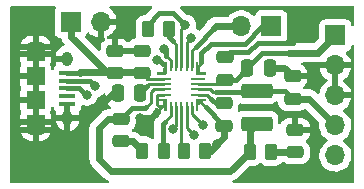
<source format=gbr>
%TF.GenerationSoftware,KiCad,Pcbnew,(6.0.11)*%
%TF.CreationDate,2023-08-29T10:49:09-03:00*%
%TF.ProjectId,gerenciador_de_bateria_2.0,67657265-6e63-4696-9164-6f725f64655f,rev?*%
%TF.SameCoordinates,Original*%
%TF.FileFunction,Copper,L1,Top*%
%TF.FilePolarity,Positive*%
%FSLAX46Y46*%
G04 Gerber Fmt 4.6, Leading zero omitted, Abs format (unit mm)*
G04 Created by KiCad (PCBNEW (6.0.11)) date 2023-08-29 10:49:09*
%MOMM*%
%LPD*%
G01*
G04 APERTURE LIST*
G04 Aperture macros list*
%AMRoundRect*
0 Rectangle with rounded corners*
0 $1 Rounding radius*
0 $2 $3 $4 $5 $6 $7 $8 $9 X,Y pos of 4 corners*
0 Add a 4 corners polygon primitive as box body*
4,1,4,$2,$3,$4,$5,$6,$7,$8,$9,$2,$3,0*
0 Add four circle primitives for the rounded corners*
1,1,$1+$1,$2,$3*
1,1,$1+$1,$4,$5*
1,1,$1+$1,$6,$7*
1,1,$1+$1,$8,$9*
0 Add four rect primitives between the rounded corners*
20,1,$1+$1,$2,$3,$4,$5,0*
20,1,$1+$1,$4,$5,$6,$7,0*
20,1,$1+$1,$6,$7,$8,$9,0*
20,1,$1+$1,$8,$9,$2,$3,0*%
G04 Aperture macros list end*
%TA.AperFunction,SMDPad,CuDef*%
%ADD10RoundRect,0.250000X0.475000X-0.250000X0.475000X0.250000X-0.475000X0.250000X-0.475000X-0.250000X0*%
%TD*%
%TA.AperFunction,SMDPad,CuDef*%
%ADD11RoundRect,0.250000X0.262500X0.450000X-0.262500X0.450000X-0.262500X-0.450000X0.262500X-0.450000X0*%
%TD*%
%TA.AperFunction,ComponentPad*%
%ADD12R,1.700000X1.700000*%
%TD*%
%TA.AperFunction,ComponentPad*%
%ADD13O,1.700000X1.700000*%
%TD*%
%TA.AperFunction,SMDPad,CuDef*%
%ADD14RoundRect,0.250000X-0.475000X0.250000X-0.475000X-0.250000X0.475000X-0.250000X0.475000X0.250000X0*%
%TD*%
%TA.AperFunction,SMDPad,CuDef*%
%ADD15R,1.350000X0.400000*%
%TD*%
%TA.AperFunction,ComponentPad*%
%ADD16O,1.550000X0.890000*%
%TD*%
%TA.AperFunction,SMDPad,CuDef*%
%ADD17R,1.550000X1.500000*%
%TD*%
%TA.AperFunction,ComponentPad*%
%ADD18O,0.950000X1.250000*%
%TD*%
%TA.AperFunction,SMDPad,CuDef*%
%ADD19R,1.550000X1.200000*%
%TD*%
%TA.AperFunction,SMDPad,CuDef*%
%ADD20RoundRect,0.250000X-0.250000X-0.475000X0.250000X-0.475000X0.250000X0.475000X-0.250000X0.475000X0*%
%TD*%
%TA.AperFunction,SMDPad,CuDef*%
%ADD21RoundRect,0.250000X0.250000X0.475000X-0.250000X0.475000X-0.250000X-0.475000X0.250000X-0.475000X0*%
%TD*%
%TA.AperFunction,SMDPad,CuDef*%
%ADD22R,0.127000X0.127000*%
%TD*%
%TA.AperFunction,SMDPad,CuDef*%
%ADD23R,1.200000X0.200000*%
%TD*%
%TA.AperFunction,SMDPad,CuDef*%
%ADD24R,0.200000X0.800000*%
%TD*%
%TA.AperFunction,SMDPad,CuDef*%
%ADD25RoundRect,0.250000X-0.262500X-0.450000X0.262500X-0.450000X0.262500X0.450000X-0.262500X0.450000X0*%
%TD*%
%TA.AperFunction,SMDPad,CuDef*%
%ADD26RoundRect,0.250000X1.075000X-0.375000X1.075000X0.375000X-1.075000X0.375000X-1.075000X-0.375000X0*%
%TD*%
%TA.AperFunction,ViaPad*%
%ADD27C,0.800000*%
%TD*%
%TA.AperFunction,Conductor*%
%ADD28C,0.250000*%
%TD*%
%TA.AperFunction,Conductor*%
%ADD29C,0.400000*%
%TD*%
%TA.AperFunction,Conductor*%
%ADD30C,0.600000*%
%TD*%
G04 APERTURE END LIST*
%TO.C,U1*%
G36*
X121650000Y-123825002D02*
G01*
X121150000Y-123825002D01*
X121150000Y-124150002D01*
X121050000Y-124150002D01*
X121050000Y-124650002D01*
X120850000Y-124650002D01*
X120850000Y-123625002D01*
X121650000Y-123625002D01*
X121650000Y-123825002D01*
G37*
G36*
X118350000Y-124649999D02*
G01*
X118150000Y-124649999D01*
X118150000Y-124149999D01*
X118050000Y-124149999D01*
X118050000Y-123824999D01*
X117550000Y-123824999D01*
X117550000Y-123624999D01*
X118350000Y-123624999D01*
X118350000Y-124649999D01*
G37*
G36*
X121050000Y-121049996D02*
G01*
X121150000Y-121049996D01*
X121150000Y-121374996D01*
X121650000Y-121374996D01*
X121650000Y-121574996D01*
X120850000Y-121574996D01*
X120850000Y-120549996D01*
X121050000Y-120549996D01*
X121050000Y-121049996D01*
G37*
G36*
X118350000Y-121424998D02*
G01*
X118200000Y-121574998D01*
X117550000Y-121574998D01*
X117550000Y-121374998D01*
X118050000Y-121374998D01*
X118050000Y-121049998D01*
X118150000Y-121049998D01*
X118150000Y-120549998D01*
X118350000Y-120549998D01*
X118350000Y-121424998D01*
G37*
%TD*%
D10*
%TO.P,C5,1*%
%TO.N,Net-(C5-Pad1)*%
X114503200Y-127238800D03*
%TO.P,C5,2*%
%TO.N,Net-(C5-Pad2)*%
X114503200Y-125338800D03*
%TD*%
D11*
%TO.P,R2,1*%
%TO.N,Net-(R2-Pad1)*%
X118108100Y-128016000D03*
%TO.P,R2,2*%
%TO.N,Net-(C5-Pad1)*%
X116283100Y-128016000D03*
%TD*%
D12*
%TO.P,J1,1,Pin_1*%
%TO.N,/BATT*%
X132638800Y-118267400D03*
D13*
%TO.P,J1,2,Pin_2*%
%TO.N,GNDPWR*%
X132638800Y-120807400D03*
%TO.P,J1,3,Pin_3*%
X132638800Y-123347400D03*
%TO.P,J1,4,Pin_4*%
%TO.N,/SYS*%
X132638800Y-125887400D03*
%TO.P,J1,5,Pin_5*%
%TO.N,/TERM*%
X132638800Y-128427400D03*
%TD*%
D14*
%TO.P,C9,1*%
%TO.N,GNDPWR*%
X123291600Y-120106400D03*
%TO.P,C9,2*%
%TO.N,/BATT*%
X123291600Y-122006400D03*
%TD*%
D15*
%TO.P,U2,1,VBUS*%
%TO.N,/VIN*%
X109959600Y-121432800D03*
%TO.P,U2,2,D-*%
%TO.N,Net-(U1-Pad25)*%
X109959600Y-122082800D03*
%TO.P,U2,3,D+*%
%TO.N,Net-(U1-Pad26)*%
X109959600Y-122732800D03*
%TO.P,U2,4,ID*%
%TO.N,unconnected-(U2-Pad4)*%
X109959600Y-123382800D03*
%TO.P,U2,5,GND*%
%TO.N,GNDPWR*%
X109959600Y-124032800D03*
D16*
%TO.P,U2,6,GND*%
X107259600Y-126232800D03*
D17*
X107259600Y-121732800D03*
D18*
X109959600Y-120232800D03*
X109959600Y-125232800D03*
D16*
X107259600Y-119232800D03*
D19*
X107259600Y-119832800D03*
X107259600Y-125632800D03*
D17*
X107259600Y-123732800D03*
%TD*%
D20*
%TO.P,C7,1*%
%TO.N,/BATT*%
X125186400Y-121005600D03*
%TO.P,C7,2*%
%TO.N,GNDPWR*%
X127086400Y-121005600D03*
%TD*%
D10*
%TO.P,C12,1*%
%TO.N,/VIN*%
X116230400Y-121447600D03*
%TO.P,C12,2*%
%TO.N,GNDPWR*%
X116230400Y-119547600D03*
%TD*%
D21*
%TO.P,C3,1*%
%TO.N,Net-(C3-Pad1)*%
X116113600Y-123139200D03*
%TO.P,C3,2*%
%TO.N,GNDPWR*%
X114213600Y-123139200D03*
%TD*%
D12*
%TO.P,J2,1,Pin_1*%
%TO.N,/VIN*%
X110231000Y-117094000D03*
D13*
%TO.P,J2,2,Pin_2*%
%TO.N,GNDPWR*%
X112771000Y-117094000D03*
%TD*%
D22*
%TO.P,U1,1*%
%TO.N,N/C*%
X117950000Y-121474998D03*
D23*
%TO.P,U1,2,IN*%
%TO.N,/VIN*%
X118150000Y-121925000D03*
%TO.P,U1,3,PMID*%
%TO.N,Net-(C3-Pad1)*%
X118150000Y-122374999D03*
%TO.P,U1,4,SW*%
%TO.N,Net-(C5-Pad2)*%
X118150000Y-122825001D03*
%TO.P,U1,5,PGND*%
%TO.N,GNDPWR*%
X118150000Y-123275000D03*
D22*
%TO.P,U1,6*%
%TO.N,N/C*%
X117950000Y-123724999D03*
%TO.P,U1,7,PGND*%
%TO.N,GNDPWR*%
X118250000Y-124249999D03*
D24*
%TO.P,U1,8,BST*%
%TO.N,Net-(R2-Pad1)*%
X118699999Y-124249999D03*
%TO.P,U1,9,STAT*%
%TO.N,Net-(D1-Pad1)*%
X119150001Y-124249999D03*
%TO.P,U1,10,INT*%
%TO.N,Net-(R10-Pad2)*%
X119600000Y-124249999D03*
%TO.P,U1,11,NTC*%
%TO.N,Net-(R4-Pad1)*%
X120049999Y-124249999D03*
%TO.P,U1,12,VNTC*%
%TO.N,Net-(C11-Pad2)*%
X120500001Y-124249999D03*
D22*
%TO.P,U1,13,VREF*%
%TO.N,/VREF*%
X120950000Y-124249999D03*
%TO.P,U1,14,VREF*%
X121250000Y-123725002D03*
D23*
%TO.P,U1,15,AGND*%
%TO.N,GNDA*%
X121050000Y-123275000D03*
%TO.P,U1,16,SYS*%
%TO.N,/SYS*%
X121050000Y-122825001D03*
%TO.P,U1,17,BATT*%
%TO.N,/BATT*%
X121050000Y-122374999D03*
%TO.P,U1,18,CE*%
%TO.N,GNDA*%
X121050000Y-121925000D03*
D22*
%TO.P,U1,19*%
%TO.N,N/C*%
X121250000Y-121475001D03*
%TO.P,U1,20,SCL*%
%TO.N,/SCL*%
X120950000Y-120950001D03*
D24*
%TO.P,U1,21,SDA*%
%TO.N,/SDA*%
X120500001Y-120950001D03*
%TO.P,U1,22,DISC*%
%TO.N,Net-(R1-Pad1)*%
X120049999Y-120950001D03*
%TO.P,U1,23,OTG*%
%TO.N,GNDA*%
X119600000Y-120950001D03*
%TO.P,U1,24,ILIM*%
%TO.N,Net-(RILIM1-Pad1)*%
X119150001Y-120950001D03*
%TO.P,U1,25,DM*%
%TO.N,Net-(U1-Pad25)*%
X118699999Y-120950001D03*
D22*
%TO.P,U1,26,DP*%
%TO.N,Net-(U1-Pad26)*%
X118250000Y-120950001D03*
%TD*%
D25*
%TO.P,R3,1*%
%TO.N,Net-(C5-Pad2)*%
X125376300Y-128117600D03*
%TO.P,R3,2*%
%TO.N,Net-(C6-Pad1)*%
X127201300Y-128117600D03*
%TD*%
D10*
%TO.P,C10,1*%
%TO.N,/SYS*%
X129032000Y-123632000D03*
%TO.P,C10,2*%
%TO.N,GNDPWR*%
X129032000Y-121732000D03*
%TD*%
D26*
%TO.P,L1,1,1*%
%TO.N,Net-(C5-Pad2)*%
X125984000Y-125758400D03*
%TO.P,L1,2,2*%
%TO.N,/SYS*%
X125984000Y-122958400D03*
%TD*%
D10*
%TO.P,C1,1*%
%TO.N,/VIN*%
X113995200Y-121447600D03*
%TO.P,C1,2*%
%TO.N,GNDPWR*%
X113995200Y-119547600D03*
%TD*%
D11*
%TO.P,RILIM1,1*%
%TO.N,Net-(RILIM1-Pad1)*%
X118565300Y-117754400D03*
%TO.P,RILIM1,2*%
%TO.N,GNDA*%
X116740300Y-117754400D03*
%TD*%
D10*
%TO.P,C4,1*%
%TO.N,/VREF*%
X123190000Y-125918000D03*
%TO.P,C4,2*%
%TO.N,GNDA*%
X123190000Y-124018000D03*
%TD*%
%TO.P,C6,1*%
%TO.N,Net-(C6-Pad1)*%
X129235200Y-128153200D03*
%TO.P,C6,2*%
%TO.N,GNDPWR*%
X129235200Y-126253200D03*
%TD*%
D12*
%TO.P,J5,1,Pin_1*%
%TO.N,/SCL*%
X127203200Y-117500400D03*
D13*
%TO.P,J5,2,Pin_2*%
%TO.N,/SDA*%
X124663200Y-117500400D03*
%TD*%
D11*
%TO.P,R10,1*%
%TO.N,/VREF*%
X121613300Y-128016000D03*
%TO.P,R10,2*%
%TO.N,Net-(R10-Pad2)*%
X119788300Y-128016000D03*
%TD*%
D27*
%TO.N,/VREF*%
X122631200Y-127457200D03*
%TO.N,GNDA*%
X119938800Y-117398800D03*
%TO.N,Net-(C11-Pad2)*%
X121422629Y-125822311D03*
%TO.N,Net-(D1-Pad1)*%
X118875500Y-126187200D03*
%TO.N,Net-(R1-Pad1)*%
X120396000Y-118465600D03*
%TO.N,Net-(R4-Pad1)*%
X120670000Y-126695200D03*
%TO.N,GNDPWR*%
X116078000Y-125222000D03*
%TO.N,Net-(U1-Pad25)*%
X118110000Y-119380000D03*
X112318800Y-122580400D03*
%TO.N,Net-(U1-Pad26)*%
X117567988Y-120375052D03*
X111607600Y-123291600D03*
%TD*%
D28*
%TO.N,Net-(C3-Pad1)*%
X116877801Y-122374999D02*
X116113600Y-123139200D01*
D29*
X116113600Y-123139200D02*
X116672400Y-122580400D01*
D28*
X118150000Y-122374999D02*
X116877801Y-122374999D01*
%TO.N,/VREF*%
X121250000Y-123942400D02*
X121666000Y-124358400D01*
D30*
X123190000Y-126898400D02*
X123190000Y-125765600D01*
D29*
X121666000Y-124358400D02*
X123073200Y-125765600D01*
D28*
X121250000Y-123725002D02*
X121250000Y-123942400D01*
D30*
X122631200Y-127457200D02*
X123190000Y-126898400D01*
D29*
X123073200Y-125765600D02*
X123190000Y-125765600D01*
D30*
X122072400Y-128016000D02*
X121460900Y-128016000D01*
X122631200Y-127457200D02*
X122072400Y-128016000D01*
D28*
%TO.N,GNDA*%
X119600000Y-117737600D02*
X119938800Y-117398800D01*
D29*
X122494000Y-124018000D02*
X123190000Y-124018000D01*
D28*
X121751000Y-123275000D02*
X122123200Y-123647200D01*
X119600000Y-120950001D02*
X119600000Y-117737600D01*
D29*
X117703600Y-116382800D02*
X118922800Y-116382800D01*
X116740300Y-117754400D02*
X116740300Y-117346100D01*
X118922800Y-116382800D02*
X119938800Y-117398800D01*
X116740300Y-117346100D02*
X117703600Y-116382800D01*
X122123200Y-123647200D02*
X122494000Y-124018000D01*
D28*
X121050000Y-123275000D02*
X121751000Y-123275000D01*
D30*
%TO.N,Net-(C5-Pad1)*%
X114503200Y-127238800D02*
X115505900Y-127238800D01*
X115505900Y-127238800D02*
X116283100Y-128016000D01*
D28*
%TO.N,/SYS*%
X122063001Y-122825001D02*
X122275600Y-123037600D01*
D29*
X125984000Y-122958400D02*
X128358400Y-122958400D01*
D30*
X130383400Y-123632000D02*
X132638800Y-125887400D01*
D29*
X125904800Y-123037600D02*
X125984000Y-122958400D01*
X129032000Y-123632000D02*
X129032000Y-123901200D01*
X122529600Y-123037600D02*
X125904800Y-123037600D01*
D30*
X129032000Y-123632000D02*
X130383400Y-123632000D01*
D28*
X121050000Y-122825001D02*
X122063001Y-122825001D01*
X122275600Y-123037600D02*
X122529600Y-123037600D01*
D29*
X128358400Y-122958400D02*
X129032000Y-123632000D01*
D28*
%TO.N,Net-(C11-Pad2)*%
X121422311Y-125822311D02*
X120500001Y-124900001D01*
X121422629Y-125822311D02*
X121422311Y-125822311D01*
X120500001Y-124900001D02*
X120500001Y-124249999D01*
%TO.N,Net-(D1-Pad1)*%
X118875500Y-126187200D02*
X119150001Y-125912699D01*
X119150001Y-125912699D02*
X119150001Y-124249999D01*
D29*
%TO.N,/SCL*%
X122072400Y-118973600D02*
X124957767Y-118973600D01*
X121259600Y-120548400D02*
X121259600Y-119786400D01*
X121259600Y-119786400D02*
X122072400Y-118973600D01*
D28*
X120950000Y-120950001D02*
X121259600Y-120640401D01*
D29*
X124957767Y-118973600D02*
X126430967Y-117500400D01*
X126430967Y-117500400D02*
X127203200Y-117500400D01*
D28*
X121259600Y-120640401D02*
X121259600Y-120548400D01*
%TO.N,/SDA*%
X120500001Y-120950001D02*
X120500001Y-119529999D01*
X120500001Y-119529999D02*
X120802400Y-119227600D01*
D29*
X120802400Y-119227600D02*
X122377200Y-117652800D01*
D30*
X122529600Y-117500400D02*
X124663200Y-117500400D01*
X122377200Y-117652800D02*
X122529600Y-117500400D01*
%TO.N,Net-(C5-Pad2)*%
X112623600Y-126136400D02*
X112623600Y-128727200D01*
X123750700Y-129743200D02*
X125376300Y-128117600D01*
D28*
X117249999Y-122825001D02*
X116992400Y-123082600D01*
D30*
X125376300Y-126366100D02*
X125984000Y-125758400D01*
D28*
X116992400Y-123082600D02*
X116992400Y-123901200D01*
D30*
X114503200Y-125338800D02*
X113421200Y-125338800D01*
D28*
X118150000Y-122825001D02*
X117249999Y-122825001D01*
D30*
X125376300Y-128117600D02*
X125376300Y-126366100D01*
X113639600Y-129743200D02*
X123750700Y-129743200D01*
D29*
X115432800Y-124409200D02*
X114503200Y-125338800D01*
D28*
X116992400Y-123952000D02*
X116586000Y-124358400D01*
D29*
X116535200Y-124409200D02*
X115432800Y-124409200D01*
D28*
X116992400Y-123901200D02*
X116992400Y-123952000D01*
D30*
X113421200Y-125338800D02*
X112623600Y-126136400D01*
X112623600Y-128727200D02*
X113639600Y-129743200D01*
D29*
X116586000Y-124358400D02*
X116535200Y-124409200D01*
D28*
%TO.N,Net-(R1-Pad1)*%
X120396000Y-118465600D02*
X120049999Y-118811601D01*
X120049999Y-118811601D02*
X120049999Y-120950001D01*
%TO.N,Net-(R2-Pad1)*%
X118319000Y-125431000D02*
X118180000Y-125570000D01*
D29*
X118008400Y-125741600D02*
X118008400Y-127304800D01*
D28*
X118699999Y-125050001D02*
X118319000Y-125431000D01*
D29*
X118180000Y-125570000D02*
X118008400Y-125741600D01*
D28*
X118699999Y-124249999D02*
X118699999Y-125050001D01*
D30*
%TO.N,Net-(C6-Pad1)*%
X127201300Y-128117600D02*
X129199600Y-128117600D01*
X129199600Y-128117600D02*
X129235200Y-128153200D01*
D28*
%TO.N,Net-(R4-Pad1)*%
X120049999Y-126075199D02*
X120049999Y-124249999D01*
X120670000Y-126695200D02*
X120049999Y-126075199D01*
%TO.N,Net-(R10-Pad2)*%
X119600000Y-127491200D02*
X119600000Y-124249999D01*
D29*
%TO.N,Net-(RILIM1-Pad1)*%
X118565300Y-118412900D02*
X118922800Y-118770400D01*
D28*
X119150001Y-119057706D02*
X119024400Y-118932105D01*
X119024400Y-118932105D02*
X119024400Y-118922800D01*
X119150001Y-120950001D02*
X119150001Y-119057706D01*
D29*
X118565300Y-117449600D02*
X118565300Y-118412900D01*
%TO.N,GNDPWR*%
X126085600Y-118872000D02*
X129082800Y-118872000D01*
D28*
X117561500Y-124113499D02*
X117561500Y-123336499D01*
X117698000Y-124249999D02*
X117561500Y-124113499D01*
D29*
X123291600Y-120106400D02*
X123713200Y-119684800D01*
D30*
X116992400Y-125222000D02*
X116078000Y-125222000D01*
D28*
X117964401Y-124249999D02*
X117500400Y-124714000D01*
D29*
X125272800Y-119684800D02*
X126085600Y-118872000D01*
D30*
X113842800Y-123139200D02*
X112826800Y-124155200D01*
D28*
X118250000Y-124249999D02*
X117964401Y-124249999D01*
D30*
X128305600Y-121005600D02*
X129032000Y-121732000D01*
X114213600Y-123139200D02*
X113842800Y-123139200D01*
D29*
X123713200Y-119684800D02*
X125272800Y-119684800D01*
D28*
X118250000Y-124249999D02*
X117698000Y-124249999D01*
D30*
X117500400Y-124714000D02*
X116992400Y-125222000D01*
D28*
X117561500Y-123336499D02*
X118150000Y-123336499D01*
D30*
X127086400Y-121005600D02*
X128305600Y-121005600D01*
D29*
%TO.N,Net-(U1-Pad25)*%
X112115600Y-122377200D02*
X112318800Y-122580400D01*
X110009600Y-122132800D02*
X111871200Y-122132800D01*
D28*
X118699999Y-120950001D02*
X118699999Y-120376399D01*
D29*
X111871200Y-122132800D02*
X112115600Y-122377200D01*
X118110000Y-119380000D02*
X118313200Y-119583200D01*
D28*
X118699999Y-120376399D02*
X118313200Y-119989600D01*
D29*
X118313200Y-119583200D02*
X118313200Y-119989600D01*
X109959600Y-122082800D02*
X110009600Y-122132800D01*
%TO.N,Net-(U1-Pad26)*%
X118059200Y-120700800D02*
X117733452Y-120375052D01*
X110947200Y-122732800D02*
X111404400Y-123190000D01*
X109959600Y-122732800D02*
X110947200Y-122732800D01*
X111404400Y-123190000D02*
X111506000Y-123291600D01*
X117733452Y-120375052D02*
X117567988Y-120375052D01*
D28*
X118250000Y-120950001D02*
X118250000Y-120891600D01*
D29*
X111506000Y-123291600D02*
X111607600Y-123291600D01*
D28*
X118250000Y-120891600D02*
X118059200Y-120700800D01*
D30*
%TO.N,/VIN*%
X111013200Y-121396800D02*
X113268800Y-121396800D01*
D28*
X116707800Y-121925000D02*
X116230400Y-121447600D01*
X118150000Y-121925000D02*
X116707800Y-121925000D01*
D30*
X110231000Y-118359000D02*
X113268800Y-121396800D01*
X110998000Y-121412000D02*
X111013200Y-121396800D01*
X116179600Y-121396800D02*
X116230400Y-121447600D01*
D29*
X110977200Y-121432800D02*
X110998000Y-121412000D01*
X109959600Y-121432800D02*
X110977200Y-121432800D01*
D30*
X113268800Y-121396800D02*
X114096800Y-121396800D01*
X110231000Y-117094000D02*
X110231000Y-118359000D01*
X114096800Y-121396800D02*
X116179600Y-121396800D01*
D29*
%TO.N,/BATT*%
X124185600Y-122006400D02*
X125186400Y-121005600D01*
X123291600Y-122006400D02*
X124185600Y-122006400D01*
D30*
X128727200Y-119735600D02*
X131170600Y-119735600D01*
X131170600Y-119735600D02*
X132638800Y-118267400D01*
D28*
X121050000Y-122374999D02*
X122923001Y-122374999D01*
D29*
X126456400Y-119735600D02*
X128727200Y-119735600D01*
X125186400Y-121005600D02*
X126456400Y-119735600D01*
D28*
X122923001Y-122374999D02*
X123291600Y-122006400D01*
%TD*%
%TA.AperFunction,Conductor*%
%TO.N,GNDPWR*%
G36*
X108926182Y-115777702D02*
G01*
X108972675Y-115831358D01*
X108982779Y-115901632D01*
X108958887Y-115959265D01*
X108930385Y-115997295D01*
X108879255Y-116133684D01*
X108872500Y-116195866D01*
X108872500Y-117992134D01*
X108879255Y-118054316D01*
X108930385Y-118190705D01*
X109017739Y-118307261D01*
X109134295Y-118394615D01*
X109270684Y-118445745D01*
X109313213Y-118450365D01*
X109331520Y-118452354D01*
X109397082Y-118479596D01*
X109437448Y-118537872D01*
X109437603Y-118539255D01*
X109438939Y-118543090D01*
X109438941Y-118543099D01*
X109448633Y-118570930D01*
X109452796Y-118585742D01*
X109459881Y-118618510D01*
X109478208Y-118657813D01*
X109482990Y-118669589D01*
X109497255Y-118710552D01*
X109500989Y-118716527D01*
X109500990Y-118716530D01*
X109515027Y-118738995D01*
X109522366Y-118752512D01*
X109533559Y-118776514D01*
X109536538Y-118782902D01*
X109540855Y-118788467D01*
X109540856Y-118788469D01*
X109563106Y-118817153D01*
X109570402Y-118827612D01*
X109585732Y-118852145D01*
X109593374Y-118864376D01*
X109598334Y-118869371D01*
X109598335Y-118869372D01*
X109621976Y-118893179D01*
X109622561Y-118893804D01*
X109623078Y-118894470D01*
X109649068Y-118920460D01*
X109677441Y-118949032D01*
X109711248Y-119011463D01*
X109705936Y-119082261D01*
X109663191Y-119138947D01*
X109631543Y-119156066D01*
X109532446Y-119192526D01*
X109521033Y-119198093D01*
X109362160Y-119296599D01*
X109352096Y-119304349D01*
X109216278Y-119432786D01*
X109207975Y-119442406D01*
X109100755Y-119595531D01*
X109094558Y-119606620D01*
X109020316Y-119778182D01*
X109016477Y-119790285D01*
X108980799Y-119961064D01*
X108981922Y-119975125D01*
X108992029Y-119978800D01*
X110087600Y-119978800D01*
X110155721Y-119998802D01*
X110202214Y-120052458D01*
X110213600Y-120104800D01*
X110213600Y-120360800D01*
X110193598Y-120428921D01*
X110139942Y-120475414D01*
X110087600Y-120486800D01*
X109000210Y-120486800D01*
X108985850Y-120491016D01*
X108983791Y-120503495D01*
X108991067Y-120575131D01*
X108993621Y-120587570D01*
X109024777Y-120686989D01*
X109026061Y-120757974D01*
X108988764Y-120818384D01*
X108980108Y-120825494D01*
X108921339Y-120869539D01*
X108833985Y-120986095D01*
X108830833Y-120994504D01*
X108830832Y-120994505D01*
X108786581Y-121112544D01*
X108743940Y-121169309D01*
X108677378Y-121194009D01*
X108608029Y-121178802D01*
X108557911Y-121128516D01*
X108542599Y-121068315D01*
X108542599Y-120938131D01*
X108542229Y-120931310D01*
X108536705Y-120880448D01*
X108533078Y-120865194D01*
X108490655Y-120752029D01*
X108485472Y-120681222D01*
X108490655Y-120663571D01*
X108533078Y-120550409D01*
X108536705Y-120535151D01*
X108542231Y-120484286D01*
X108542600Y-120477472D01*
X108542600Y-120104915D01*
X108538125Y-120089676D01*
X108536735Y-120088471D01*
X108529052Y-120086800D01*
X107531715Y-120086800D01*
X107516476Y-120091275D01*
X107515271Y-120092665D01*
X107513600Y-120100348D01*
X107513600Y-125360685D01*
X107518075Y-125375924D01*
X107519465Y-125377129D01*
X107527148Y-125378800D01*
X108524484Y-125378800D01*
X108539723Y-125374325D01*
X108540928Y-125372935D01*
X108542599Y-125365252D01*
X108542599Y-124988131D01*
X108542229Y-124981310D01*
X108536705Y-124930448D01*
X108533078Y-124915194D01*
X108490655Y-124802029D01*
X108485472Y-124731222D01*
X108490655Y-124713571D01*
X108533078Y-124600409D01*
X108536705Y-124585151D01*
X108542231Y-124534286D01*
X108542600Y-124527472D01*
X108542600Y-124395863D01*
X108562602Y-124327742D01*
X108616258Y-124281249D01*
X108686532Y-124271145D01*
X108751112Y-124300639D01*
X108786582Y-124351634D01*
X108831275Y-124470852D01*
X108839814Y-124486449D01*
X108916315Y-124588524D01*
X108928876Y-124601085D01*
X108976553Y-124636817D01*
X109019068Y-124693676D01*
X109024094Y-124764495D01*
X109021091Y-124775739D01*
X109016477Y-124790287D01*
X108980799Y-124961064D01*
X108981922Y-124975125D01*
X108992029Y-124978800D01*
X109687485Y-124978800D01*
X109702724Y-124974325D01*
X109703929Y-124972935D01*
X109705600Y-124965252D01*
X109705600Y-124217300D01*
X109725602Y-124149179D01*
X109779258Y-124102686D01*
X109831600Y-124091300D01*
X110087600Y-124091300D01*
X110155721Y-124111302D01*
X110202214Y-124164958D01*
X110213600Y-124217300D01*
X110213600Y-124960685D01*
X110218075Y-124975924D01*
X110219465Y-124977129D01*
X110227148Y-124978800D01*
X110918990Y-124978800D01*
X110933350Y-124974584D01*
X110935409Y-124962105D01*
X110928133Y-124890469D01*
X110925580Y-124878033D01*
X110894264Y-124778106D01*
X110892979Y-124707121D01*
X110930276Y-124646710D01*
X110938934Y-124639599D01*
X110990325Y-124601084D01*
X111002885Y-124588524D01*
X111079386Y-124486449D01*
X111087924Y-124470854D01*
X111133078Y-124350406D01*
X111136705Y-124335151D01*
X111142231Y-124284286D01*
X111142600Y-124277472D01*
X111142600Y-124273069D01*
X111162602Y-124204948D01*
X111216258Y-124158455D01*
X111286532Y-124148351D01*
X111312906Y-124155959D01*
X111313000Y-124155668D01*
X111319280Y-124157708D01*
X111325312Y-124160394D01*
X111418712Y-124180247D01*
X111505656Y-124198728D01*
X111505661Y-124198728D01*
X111512113Y-124200100D01*
X111703087Y-124200100D01*
X111709539Y-124198728D01*
X111709544Y-124198728D01*
X111796488Y-124180247D01*
X111889888Y-124160394D01*
X111895919Y-124157709D01*
X112058322Y-124085403D01*
X112058324Y-124085402D01*
X112064352Y-124082718D01*
X112069821Y-124078745D01*
X112134905Y-124031458D01*
X112218853Y-123970466D01*
X112261523Y-123923076D01*
X112342221Y-123833452D01*
X112342222Y-123833451D01*
X112346640Y-123828544D01*
X112442127Y-123663156D01*
X112482533Y-123538801D01*
X112522605Y-123480196D01*
X112576168Y-123454491D01*
X112594631Y-123450567D01*
X112594636Y-123450566D01*
X112601088Y-123449194D01*
X112607119Y-123446509D01*
X112769522Y-123374203D01*
X112769524Y-123374202D01*
X112775552Y-123371518D01*
X112808832Y-123347339D01*
X112887480Y-123290197D01*
X112930053Y-123259266D01*
X112985966Y-123197169D01*
X113046411Y-123159930D01*
X113117395Y-123161282D01*
X113176379Y-123200796D01*
X113204637Y-123265927D01*
X113205601Y-123281480D01*
X113205601Y-123661295D01*
X113205938Y-123667814D01*
X113215857Y-123763406D01*
X113218749Y-123776800D01*
X113270188Y-123930984D01*
X113276361Y-123944162D01*
X113361663Y-124082007D01*
X113370699Y-124093408D01*
X113485429Y-124207939D01*
X113496840Y-124216951D01*
X113573046Y-124263925D01*
X113620539Y-124316697D01*
X113631963Y-124386769D01*
X113603689Y-124451893D01*
X113573235Y-124478327D01*
X113553852Y-124490322D01*
X113548678Y-124495505D01*
X113542945Y-124500049D01*
X113541619Y-124498376D01*
X113488575Y-124527398D01*
X113461689Y-124530300D01*
X113430414Y-124530300D01*
X113429094Y-124530293D01*
X113428019Y-124530282D01*
X113338979Y-124529349D01*
X113296603Y-124538511D01*
X113284037Y-124540569D01*
X113240945Y-124545403D01*
X113234294Y-124547719D01*
X113234290Y-124547720D01*
X113209270Y-124556433D01*
X113194458Y-124560596D01*
X113169590Y-124565973D01*
X113161690Y-124567681D01*
X113122387Y-124586008D01*
X113110611Y-124590790D01*
X113069648Y-124605055D01*
X113063673Y-124608789D01*
X113063670Y-124608790D01*
X113041205Y-124622827D01*
X113027688Y-124630166D01*
X113003686Y-124641359D01*
X112997298Y-124644338D01*
X112991733Y-124648655D01*
X112991731Y-124648656D01*
X112963047Y-124670906D01*
X112952588Y-124678202D01*
X112921796Y-124697442D01*
X112921793Y-124697444D01*
X112915824Y-124701174D01*
X112910829Y-124706134D01*
X112910828Y-124706135D01*
X112887021Y-124729776D01*
X112886396Y-124730361D01*
X112885730Y-124730878D01*
X112859740Y-124756868D01*
X112787118Y-124828985D01*
X112786460Y-124830022D01*
X112785357Y-124831251D01*
X112058442Y-125558166D01*
X112057505Y-125559094D01*
X111993093Y-125622171D01*
X111969602Y-125658621D01*
X111962183Y-125668946D01*
X111935124Y-125702843D01*
X111932059Y-125709184D01*
X111932058Y-125709185D01*
X111920528Y-125733037D01*
X111912999Y-125746454D01*
X111894835Y-125774638D01*
X111892427Y-125781255D01*
X111892424Y-125781260D01*
X111880008Y-125815373D01*
X111875047Y-125827116D01*
X111859246Y-125859803D01*
X111859244Y-125859808D01*
X111856179Y-125866149D01*
X111854596Y-125873007D01*
X111854595Y-125873009D01*
X111848635Y-125898826D01*
X111844268Y-125913569D01*
X111832797Y-125945085D01*
X111831914Y-125952075D01*
X111831912Y-125952083D01*
X111827362Y-125988101D01*
X111825126Y-126000653D01*
X111815376Y-126042885D01*
X111815351Y-126049931D01*
X111815351Y-126049934D01*
X111815234Y-126083456D01*
X111815205Y-126084338D01*
X111815100Y-126085169D01*
X111815100Y-126121819D01*
X111815099Y-126122259D01*
X111814837Y-126197435D01*
X111814743Y-126224270D01*
X111815011Y-126225471D01*
X111815100Y-126227107D01*
X111815100Y-128717986D01*
X111815093Y-128719306D01*
X111814149Y-128809421D01*
X111823311Y-128851797D01*
X111825369Y-128864363D01*
X111830203Y-128907455D01*
X111832519Y-128914106D01*
X111832520Y-128914110D01*
X111841233Y-128939130D01*
X111845396Y-128953942D01*
X111852481Y-128986710D01*
X111870808Y-129026013D01*
X111875590Y-129037789D01*
X111889855Y-129078752D01*
X111893589Y-129084727D01*
X111893590Y-129084730D01*
X111907627Y-129107195D01*
X111914966Y-129120712D01*
X111921012Y-129133677D01*
X111929138Y-129151102D01*
X111933455Y-129156667D01*
X111933456Y-129156669D01*
X111955706Y-129185353D01*
X111963002Y-129195812D01*
X111985974Y-129232576D01*
X111990934Y-129237571D01*
X111990935Y-129237572D01*
X112014576Y-129261379D01*
X112015161Y-129262004D01*
X112015678Y-129262670D01*
X112041668Y-129288660D01*
X112113785Y-129361282D01*
X112114822Y-129361940D01*
X112116051Y-129363043D01*
X113061366Y-130308358D01*
X113062294Y-130309295D01*
X113101621Y-130349454D01*
X113125371Y-130373707D01*
X113161821Y-130397198D01*
X113172146Y-130404617D01*
X113206043Y-130431676D01*
X113212384Y-130434741D01*
X113212385Y-130434742D01*
X113236237Y-130446272D01*
X113249654Y-130453801D01*
X113277838Y-130471965D01*
X113284455Y-130474373D01*
X113284460Y-130474376D01*
X113318573Y-130486792D01*
X113330316Y-130491753D01*
X113363003Y-130507554D01*
X113363008Y-130507556D01*
X113369349Y-130510621D01*
X113376209Y-130512205D01*
X113380892Y-130513854D01*
X113438501Y-130555347D01*
X113464532Y-130621400D01*
X113450720Y-130691040D01*
X113401451Y-130742157D01*
X113339040Y-130758700D01*
X105231700Y-130758700D01*
X105163579Y-130738698D01*
X105117086Y-130685042D01*
X105105700Y-130632700D01*
X105105700Y-126496875D01*
X106011291Y-126496875D01*
X106066430Y-126646736D01*
X106071992Y-126658142D01*
X106167291Y-126811844D01*
X106175040Y-126821905D01*
X106299290Y-126953296D01*
X106308910Y-126961599D01*
X106457043Y-127065323D01*
X106468131Y-127071520D01*
X106634095Y-127143340D01*
X106646207Y-127147182D01*
X106824734Y-127184477D01*
X106834266Y-127185715D01*
X106837489Y-127185800D01*
X106987485Y-127185800D01*
X107002724Y-127181325D01*
X107003929Y-127179935D01*
X107005600Y-127172252D01*
X107005600Y-127167685D01*
X107513600Y-127167685D01*
X107518075Y-127182924D01*
X107519465Y-127184129D01*
X107527148Y-127185800D01*
X107634792Y-127185800D01*
X107641167Y-127185477D01*
X107775867Y-127171795D01*
X107788307Y-127169241D01*
X107960864Y-127115165D01*
X107972552Y-127110156D01*
X108130711Y-127022486D01*
X108141144Y-127015235D01*
X108278443Y-126897556D01*
X108287212Y-126888347D01*
X108398042Y-126745467D01*
X108404778Y-126734687D01*
X108484619Y-126572426D01*
X108489045Y-126560527D01*
X108503682Y-126504331D01*
X108503248Y-126490236D01*
X108495067Y-126486800D01*
X107531715Y-126486800D01*
X107516476Y-126491275D01*
X107515271Y-126492665D01*
X107513600Y-126500348D01*
X107513600Y-127167685D01*
X107005600Y-127167685D01*
X107005600Y-126504915D01*
X107001125Y-126489676D01*
X106999735Y-126488471D01*
X106992052Y-126486800D01*
X106025699Y-126486800D01*
X106012168Y-126490773D01*
X106011291Y-126496875D01*
X105105700Y-126496875D01*
X105105700Y-125960685D01*
X105976601Y-125960685D01*
X105981076Y-125975924D01*
X105982466Y-125977129D01*
X105990149Y-125978800D01*
X106987485Y-125978800D01*
X107002724Y-125974325D01*
X107003929Y-125972935D01*
X107005600Y-125965252D01*
X107005600Y-125960685D01*
X107513600Y-125960685D01*
X107518075Y-125975924D01*
X107519465Y-125977129D01*
X107527148Y-125978800D01*
X108524485Y-125978800D01*
X108539724Y-125974325D01*
X108540929Y-125972935D01*
X108542600Y-125965252D01*
X108542600Y-125904915D01*
X108538125Y-125889676D01*
X108536735Y-125888471D01*
X108529052Y-125886800D01*
X107531715Y-125886800D01*
X107516476Y-125891275D01*
X107515271Y-125892665D01*
X107513600Y-125900348D01*
X107513600Y-125960685D01*
X107005600Y-125960685D01*
X107005600Y-125904915D01*
X107001125Y-125889676D01*
X106999735Y-125888471D01*
X106992052Y-125886800D01*
X105994716Y-125886800D01*
X105979477Y-125891275D01*
X105978272Y-125892665D01*
X105976601Y-125900348D01*
X105976601Y-125960685D01*
X105105700Y-125960685D01*
X105105700Y-125503495D01*
X108983791Y-125503495D01*
X108991067Y-125575131D01*
X108993621Y-125587570D01*
X109049520Y-125765943D01*
X109054529Y-125777631D01*
X109145153Y-125941120D01*
X109152404Y-125951553D01*
X109274056Y-126093488D01*
X109283247Y-126102241D01*
X109430964Y-126216821D01*
X109441724Y-126223545D01*
X109609460Y-126306081D01*
X109621367Y-126310509D01*
X109688069Y-126327883D01*
X109702164Y-126327449D01*
X109705600Y-126319268D01*
X109705600Y-126318667D01*
X110213600Y-126318667D01*
X110217573Y-126332198D01*
X110223675Y-126333075D01*
X110386745Y-126273077D01*
X110398173Y-126267503D01*
X110557040Y-126169001D01*
X110567104Y-126161251D01*
X110702922Y-126032814D01*
X110711225Y-126023194D01*
X110818445Y-125870069D01*
X110824642Y-125858980D01*
X110898884Y-125687418D01*
X110902723Y-125675315D01*
X110938401Y-125504536D01*
X110937278Y-125490475D01*
X110927171Y-125486800D01*
X110231715Y-125486800D01*
X110216476Y-125491275D01*
X110215271Y-125492665D01*
X110213600Y-125500348D01*
X110213600Y-126318667D01*
X109705600Y-126318667D01*
X109705600Y-125504915D01*
X109701125Y-125489676D01*
X109699735Y-125488471D01*
X109692052Y-125486800D01*
X109000210Y-125486800D01*
X108985850Y-125491016D01*
X108983791Y-125503495D01*
X105105700Y-125503495D01*
X105105700Y-125360685D01*
X105976600Y-125360685D01*
X105981075Y-125375924D01*
X105982465Y-125377129D01*
X105990148Y-125378800D01*
X106987485Y-125378800D01*
X107002724Y-125374325D01*
X107003929Y-125372935D01*
X107005600Y-125365252D01*
X107005600Y-124004915D01*
X107001125Y-123989676D01*
X106999735Y-123988471D01*
X106992052Y-123986800D01*
X105994716Y-123986800D01*
X105979477Y-123991275D01*
X105978272Y-123992665D01*
X105976601Y-124000348D01*
X105976601Y-124527469D01*
X105976971Y-124534290D01*
X105982495Y-124585152D01*
X105986122Y-124600406D01*
X106028545Y-124713571D01*
X106033728Y-124784378D01*
X106028545Y-124802029D01*
X105986122Y-124915191D01*
X105982495Y-124930449D01*
X105976969Y-124981314D01*
X105976600Y-124988128D01*
X105976600Y-125360685D01*
X105105700Y-125360685D01*
X105105700Y-123460685D01*
X105976600Y-123460685D01*
X105981075Y-123475924D01*
X105982465Y-123477129D01*
X105990148Y-123478800D01*
X106987485Y-123478800D01*
X107002724Y-123474325D01*
X107003929Y-123472935D01*
X107005600Y-123465252D01*
X107005600Y-122004915D01*
X107001125Y-121989676D01*
X106999735Y-121988471D01*
X106992052Y-121986800D01*
X105994716Y-121986800D01*
X105979477Y-121991275D01*
X105978272Y-121992665D01*
X105976601Y-122000348D01*
X105976601Y-122527469D01*
X105976971Y-122534290D01*
X105982495Y-122585152D01*
X105986121Y-122600404D01*
X106019173Y-122688570D01*
X106024356Y-122759378D01*
X106019173Y-122777030D01*
X105986122Y-122865194D01*
X105982495Y-122880449D01*
X105976969Y-122931314D01*
X105976600Y-122938128D01*
X105976600Y-123460685D01*
X105105700Y-123460685D01*
X105105700Y-121460685D01*
X105976600Y-121460685D01*
X105981075Y-121475924D01*
X105982465Y-121477129D01*
X105990148Y-121478800D01*
X106987485Y-121478800D01*
X107002724Y-121474325D01*
X107003929Y-121472935D01*
X107005600Y-121465252D01*
X107005600Y-120104915D01*
X107001125Y-120089676D01*
X106999735Y-120088471D01*
X106992052Y-120086800D01*
X105994716Y-120086800D01*
X105979477Y-120091275D01*
X105978272Y-120092665D01*
X105976601Y-120100348D01*
X105976601Y-120477469D01*
X105976971Y-120484290D01*
X105982495Y-120535152D01*
X105986122Y-120550406D01*
X106028545Y-120663571D01*
X106033728Y-120734378D01*
X106028545Y-120752029D01*
X105986122Y-120865191D01*
X105982495Y-120880449D01*
X105976969Y-120931314D01*
X105976600Y-120938128D01*
X105976600Y-121460685D01*
X105105700Y-121460685D01*
X105105700Y-119560685D01*
X105976600Y-119560685D01*
X105981075Y-119575924D01*
X105982465Y-119577129D01*
X105990148Y-119578800D01*
X106987485Y-119578800D01*
X107002724Y-119574325D01*
X107003929Y-119572935D01*
X107005600Y-119565252D01*
X107005600Y-119560685D01*
X107513600Y-119560685D01*
X107518075Y-119575924D01*
X107519465Y-119577129D01*
X107527148Y-119578800D01*
X108524484Y-119578800D01*
X108539723Y-119574325D01*
X108540928Y-119572935D01*
X108542599Y-119565252D01*
X108542599Y-119504915D01*
X108538124Y-119489676D01*
X108536734Y-119488471D01*
X108529051Y-119486800D01*
X107531715Y-119486800D01*
X107516476Y-119491275D01*
X107515271Y-119492665D01*
X107513600Y-119500348D01*
X107513600Y-119560685D01*
X107005600Y-119560685D01*
X107005600Y-119504915D01*
X107001125Y-119489676D01*
X106999735Y-119488471D01*
X106992052Y-119486800D01*
X105994715Y-119486800D01*
X105979476Y-119491275D01*
X105978271Y-119492665D01*
X105976600Y-119500348D01*
X105976600Y-119560685D01*
X105105700Y-119560685D01*
X105105700Y-118961269D01*
X106015518Y-118961269D01*
X106015952Y-118975364D01*
X106024133Y-118978800D01*
X106987485Y-118978800D01*
X107002724Y-118974325D01*
X107003929Y-118972935D01*
X107005600Y-118965252D01*
X107005600Y-118960685D01*
X107513600Y-118960685D01*
X107518075Y-118975924D01*
X107519465Y-118977129D01*
X107527148Y-118978800D01*
X108493501Y-118978800D01*
X108507032Y-118974827D01*
X108507909Y-118968725D01*
X108452770Y-118818864D01*
X108447208Y-118807458D01*
X108351909Y-118653756D01*
X108344160Y-118643695D01*
X108219910Y-118512304D01*
X108210290Y-118504001D01*
X108062157Y-118400277D01*
X108051069Y-118394080D01*
X107885105Y-118322260D01*
X107872993Y-118318418D01*
X107694466Y-118281123D01*
X107684934Y-118279885D01*
X107681711Y-118279800D01*
X107531715Y-118279800D01*
X107516476Y-118284275D01*
X107515271Y-118285665D01*
X107513600Y-118293348D01*
X107513600Y-118960685D01*
X107005600Y-118960685D01*
X107005600Y-118297915D01*
X107001125Y-118282676D01*
X106999735Y-118281471D01*
X106992052Y-118279800D01*
X106884408Y-118279800D01*
X106878033Y-118280123D01*
X106743333Y-118293805D01*
X106730893Y-118296359D01*
X106558336Y-118350435D01*
X106546648Y-118355444D01*
X106388489Y-118443114D01*
X106378056Y-118450365D01*
X106240757Y-118568044D01*
X106231988Y-118577253D01*
X106121158Y-118720133D01*
X106114422Y-118730913D01*
X106034581Y-118893174D01*
X106030155Y-118905073D01*
X106015518Y-118961269D01*
X105105700Y-118961269D01*
X105105700Y-115883700D01*
X105125702Y-115815579D01*
X105179358Y-115769086D01*
X105231700Y-115757700D01*
X108858061Y-115757700D01*
X108926182Y-115777702D01*
G37*
%TD.AperFunction*%
%TA.AperFunction,Conductor*%
G36*
X134210541Y-119080450D02*
G01*
X134245639Y-119142165D01*
X134249000Y-119171073D01*
X134249000Y-125821951D01*
X134228998Y-125890072D01*
X134214802Y-125902373D01*
X134217236Y-125903896D01*
X134247495Y-125968121D01*
X134249000Y-125987535D01*
X134249000Y-128361951D01*
X134228998Y-128430072D01*
X134214802Y-128442373D01*
X134217236Y-128443896D01*
X134247495Y-128508121D01*
X134249000Y-128527535D01*
X134249000Y-130632700D01*
X134228998Y-130700821D01*
X134175342Y-130747314D01*
X134123000Y-130758700D01*
X124051021Y-130758700D01*
X123982900Y-130738698D01*
X123936407Y-130685042D01*
X123926303Y-130614768D01*
X123955797Y-130550188D01*
X124008844Y-130514614D01*
X124010210Y-130514319D01*
X124049513Y-130495992D01*
X124061289Y-130491210D01*
X124102252Y-130476945D01*
X124108227Y-130473211D01*
X124108230Y-130473210D01*
X124130695Y-130459173D01*
X124144212Y-130451834D01*
X124168214Y-130440641D01*
X124168215Y-130440640D01*
X124174602Y-130437662D01*
X124208853Y-130411094D01*
X124219312Y-130403798D01*
X124250104Y-130384558D01*
X124250107Y-130384556D01*
X124256076Y-130380826D01*
X124284879Y-130352224D01*
X124285504Y-130351639D01*
X124286170Y-130351122D01*
X124312158Y-130325134D01*
X124328545Y-130308861D01*
X124382284Y-130255496D01*
X124382287Y-130255493D01*
X124384782Y-130253015D01*
X124385440Y-130251978D01*
X124386538Y-130250754D01*
X124407190Y-130230102D01*
X125274286Y-129363005D01*
X125336599Y-129328980D01*
X125363382Y-129326100D01*
X125689200Y-129326100D01*
X125692446Y-129325763D01*
X125692450Y-129325763D01*
X125788108Y-129315838D01*
X125788112Y-129315837D01*
X125794966Y-129315126D01*
X125801502Y-129312945D01*
X125801504Y-129312945D01*
X125952195Y-129262670D01*
X125962746Y-129259150D01*
X126113148Y-129166078D01*
X126199584Y-129079491D01*
X126261866Y-129045412D01*
X126332686Y-129050415D01*
X126377775Y-129079336D01*
X126389353Y-129090894D01*
X126465497Y-129166905D01*
X126471727Y-129170745D01*
X126471728Y-129170746D01*
X126608890Y-129255294D01*
X126616062Y-129259715D01*
X126695805Y-129286164D01*
X126777411Y-129313232D01*
X126777413Y-129313232D01*
X126783939Y-129315397D01*
X126790775Y-129316097D01*
X126790778Y-129316098D01*
X126833831Y-129320509D01*
X126888400Y-129326100D01*
X127514200Y-129326100D01*
X127517446Y-129325763D01*
X127517450Y-129325763D01*
X127613108Y-129315838D01*
X127613112Y-129315837D01*
X127619966Y-129315126D01*
X127626502Y-129312945D01*
X127626504Y-129312945D01*
X127777195Y-129262670D01*
X127787746Y-129259150D01*
X127938148Y-129166078D01*
X128063105Y-129040903D01*
X128079440Y-129014403D01*
X128132213Y-128966909D01*
X128202284Y-128955486D01*
X128267408Y-128983761D01*
X128275716Y-128991344D01*
X128281715Y-128997333D01*
X128281720Y-128997337D01*
X128286897Y-129002505D01*
X128293127Y-129006345D01*
X128293128Y-129006346D01*
X128430290Y-129090894D01*
X128437462Y-129095315D01*
X128492976Y-129113728D01*
X128598811Y-129148832D01*
X128598813Y-129148832D01*
X128605339Y-129150997D01*
X128612175Y-129151697D01*
X128612178Y-129151698D01*
X128655231Y-129156109D01*
X128709800Y-129161700D01*
X129760600Y-129161700D01*
X129763846Y-129161363D01*
X129763850Y-129161363D01*
X129859508Y-129151438D01*
X129859512Y-129151437D01*
X129866366Y-129150726D01*
X129872902Y-129148545D01*
X129872904Y-129148545D01*
X130005006Y-129104472D01*
X130034146Y-129094750D01*
X130184548Y-129001678D01*
X130309505Y-128876503D01*
X130321481Y-128857075D01*
X130398475Y-128732168D01*
X130398476Y-128732166D01*
X130402315Y-128725938D01*
X130434566Y-128628704D01*
X130455832Y-128564589D01*
X130455832Y-128564587D01*
X130457997Y-128558061D01*
X130461047Y-128528298D01*
X130468372Y-128456798D01*
X130468700Y-128453600D01*
X130468700Y-127852800D01*
X130466799Y-127834479D01*
X130458438Y-127753892D01*
X130458437Y-127753888D01*
X130457726Y-127747034D01*
X130446872Y-127714499D01*
X130404068Y-127586202D01*
X130401750Y-127579254D01*
X130308678Y-127428852D01*
X130183503Y-127303895D01*
X130178965Y-127301098D01*
X130138376Y-127243847D01*
X130135146Y-127172924D01*
X130170772Y-127111513D01*
X130179268Y-127104138D01*
X130189407Y-127096102D01*
X130303939Y-126981371D01*
X130312951Y-126969960D01*
X130398016Y-126831957D01*
X130404163Y-126818776D01*
X130455338Y-126664490D01*
X130458205Y-126651114D01*
X130467872Y-126556762D01*
X130468200Y-126550346D01*
X130468200Y-126525315D01*
X130463725Y-126510076D01*
X130462335Y-126508871D01*
X130454652Y-126507200D01*
X129107200Y-126507200D01*
X129039079Y-126487198D01*
X128992586Y-126433542D01*
X128981200Y-126381200D01*
X128981200Y-125981085D01*
X129489200Y-125981085D01*
X129493675Y-125996324D01*
X129495065Y-125997529D01*
X129502748Y-125999200D01*
X130450084Y-125999200D01*
X130465323Y-125994725D01*
X130466528Y-125993335D01*
X130468199Y-125985652D01*
X130468199Y-125956105D01*
X130467862Y-125949586D01*
X130457943Y-125853994D01*
X130455051Y-125840600D01*
X130403612Y-125686416D01*
X130397439Y-125673238D01*
X130312137Y-125535393D01*
X130303101Y-125523992D01*
X130188371Y-125409461D01*
X130176960Y-125400449D01*
X130038957Y-125315384D01*
X130025776Y-125309237D01*
X129871490Y-125258062D01*
X129858114Y-125255195D01*
X129763762Y-125245528D01*
X129757345Y-125245200D01*
X129507315Y-125245200D01*
X129492076Y-125249675D01*
X129490871Y-125251065D01*
X129489200Y-125258748D01*
X129489200Y-125981085D01*
X128981200Y-125981085D01*
X128981200Y-125263316D01*
X128976725Y-125248077D01*
X128975335Y-125246872D01*
X128967652Y-125245201D01*
X128713105Y-125245201D01*
X128706586Y-125245538D01*
X128610994Y-125255457D01*
X128597600Y-125258349D01*
X128443416Y-125309788D01*
X128430238Y-125315961D01*
X128292393Y-125401263D01*
X128280992Y-125410299D01*
X128166461Y-125525029D01*
X128157449Y-125536440D01*
X128072384Y-125674443D01*
X128066237Y-125687624D01*
X128063093Y-125697103D01*
X128022662Y-125755462D01*
X127957098Y-125782699D01*
X127887216Y-125770165D01*
X127835204Y-125721840D01*
X127817500Y-125657435D01*
X127817500Y-125333000D01*
X127815092Y-125309788D01*
X127807238Y-125234092D01*
X127807237Y-125234088D01*
X127806526Y-125227234D01*
X127789293Y-125175579D01*
X127752868Y-125066402D01*
X127750550Y-125059454D01*
X127657478Y-124909052D01*
X127532303Y-124784095D01*
X127485427Y-124755200D01*
X127387968Y-124695125D01*
X127387966Y-124695124D01*
X127381738Y-124691285D01*
X127247348Y-124646710D01*
X127220389Y-124637768D01*
X127220387Y-124637768D01*
X127213861Y-124635603D01*
X127207025Y-124634903D01*
X127207022Y-124634902D01*
X127160796Y-124630166D01*
X127109400Y-124624900D01*
X124858600Y-124624900D01*
X124855354Y-124625237D01*
X124855350Y-124625237D01*
X124759692Y-124635162D01*
X124759688Y-124635163D01*
X124752834Y-124635874D01*
X124746298Y-124638055D01*
X124746296Y-124638055D01*
X124636105Y-124674818D01*
X124585054Y-124691850D01*
X124569987Y-124701174D01*
X124551225Y-124712784D01*
X124482773Y-124731622D01*
X124415003Y-124710461D01*
X124369432Y-124656020D01*
X124360528Y-124585584D01*
X124365329Y-124565973D01*
X124367113Y-124560596D01*
X124403168Y-124451893D01*
X124410632Y-124429389D01*
X124410632Y-124429387D01*
X124412797Y-124422861D01*
X124416724Y-124384539D01*
X124418032Y-124371770D01*
X124423500Y-124318400D01*
X124423500Y-124146072D01*
X124443502Y-124077951D01*
X124497158Y-124031458D01*
X124567432Y-124021354D01*
X124589167Y-124026479D01*
X124747611Y-124079032D01*
X124747613Y-124079032D01*
X124754139Y-124081197D01*
X124760975Y-124081897D01*
X124760978Y-124081898D01*
X124795189Y-124085403D01*
X124858600Y-124091900D01*
X127109400Y-124091900D01*
X127112646Y-124091563D01*
X127112650Y-124091563D01*
X127208308Y-124081638D01*
X127208312Y-124081637D01*
X127215166Y-124080926D01*
X127221702Y-124078745D01*
X127221704Y-124078745D01*
X127375998Y-124027268D01*
X127382946Y-124024950D01*
X127533348Y-123931878D01*
X127586326Y-123878807D01*
X127648608Y-123844728D01*
X127719428Y-123849731D01*
X127776301Y-123892228D01*
X127800826Y-123954821D01*
X127808103Y-124024950D01*
X127809474Y-124038166D01*
X127811655Y-124044702D01*
X127811655Y-124044704D01*
X127833874Y-124111302D01*
X127865450Y-124205946D01*
X127958522Y-124356348D01*
X128083697Y-124481305D01*
X128089927Y-124485145D01*
X128089928Y-124485146D01*
X128227090Y-124569694D01*
X128234262Y-124574115D01*
X128277704Y-124588524D01*
X128395611Y-124627632D01*
X128395613Y-124627632D01*
X128402139Y-124629797D01*
X128408975Y-124630497D01*
X128408978Y-124630498D01*
X128451964Y-124634902D01*
X128506600Y-124640500D01*
X129557400Y-124640500D01*
X129560646Y-124640163D01*
X129560650Y-124640163D01*
X129656308Y-124630238D01*
X129656312Y-124630237D01*
X129663166Y-124629526D01*
X129669702Y-124627345D01*
X129669704Y-124627345D01*
X129801806Y-124583272D01*
X129830946Y-124573550D01*
X129876431Y-124545403D01*
X129962686Y-124492027D01*
X130031138Y-124473189D01*
X130098908Y-124494350D01*
X130118084Y-124510076D01*
X131251422Y-125643414D01*
X131285448Y-125705726D01*
X131287614Y-125745895D01*
X131276051Y-125854095D01*
X131276348Y-125859248D01*
X131276348Y-125859251D01*
X131284501Y-126000653D01*
X131288910Y-126077115D01*
X131290047Y-126082161D01*
X131290048Y-126082167D01*
X131307871Y-126161251D01*
X131338022Y-126295039D01*
X131397600Y-126441764D01*
X131419302Y-126495208D01*
X131422066Y-126502016D01*
X131465213Y-126572426D01*
X131522433Y-126665800D01*
X131538787Y-126692488D01*
X131685050Y-126861338D01*
X131827166Y-126979325D01*
X131850598Y-126998778D01*
X131856926Y-127004032D01*
X131904844Y-127032033D01*
X131930245Y-127046876D01*
X131978969Y-127098514D01*
X131992040Y-127168297D01*
X131965309Y-127234069D01*
X131924855Y-127267427D01*
X131912407Y-127273907D01*
X131908274Y-127277010D01*
X131908271Y-127277012D01*
X131737900Y-127404930D01*
X131733765Y-127408035D01*
X131579429Y-127569538D01*
X131576515Y-127573810D01*
X131576514Y-127573811D01*
X131564204Y-127591857D01*
X131453543Y-127754080D01*
X131359488Y-127956705D01*
X131299789Y-128171970D01*
X131276051Y-128394095D01*
X131276348Y-128399248D01*
X131276348Y-128399251D01*
X131283103Y-128516400D01*
X131288910Y-128617115D01*
X131290047Y-128622162D01*
X131290048Y-128622166D01*
X131291907Y-128630415D01*
X131338022Y-128835039D01*
X131396811Y-128979819D01*
X131410854Y-129014403D01*
X131422066Y-129042016D01*
X131462008Y-129107195D01*
X131500952Y-129170746D01*
X131538787Y-129232488D01*
X131685050Y-129401338D01*
X131856926Y-129544032D01*
X132049800Y-129656738D01*
X132258492Y-129736430D01*
X132263560Y-129737461D01*
X132263563Y-129737462D01*
X132370817Y-129759283D01*
X132477397Y-129780967D01*
X132482572Y-129781157D01*
X132482574Y-129781157D01*
X132695473Y-129788964D01*
X132695477Y-129788964D01*
X132700637Y-129789153D01*
X132705757Y-129788497D01*
X132705759Y-129788497D01*
X132917088Y-129761425D01*
X132917089Y-129761425D01*
X132922216Y-129760768D01*
X132927166Y-129759283D01*
X133131229Y-129698061D01*
X133131234Y-129698059D01*
X133136184Y-129696574D01*
X133336794Y-129598296D01*
X133518660Y-129468573D01*
X133676896Y-129310889D01*
X133712013Y-129262019D01*
X133804235Y-129133677D01*
X133807253Y-129129477D01*
X133818266Y-129107195D01*
X133903936Y-128933853D01*
X133903937Y-128933851D01*
X133906230Y-128929211D01*
X133954896Y-128769033D01*
X133969665Y-128720423D01*
X133969665Y-128720421D01*
X133971170Y-128715469D01*
X133998078Y-128511088D01*
X134026801Y-128446161D01*
X134031442Y-128443100D01*
X134002104Y-128397449D01*
X133997424Y-128372275D01*
X133987122Y-128246972D01*
X133983652Y-128204761D01*
X133929231Y-127988102D01*
X133840154Y-127783240D01*
X133718814Y-127595677D01*
X133568470Y-127430451D01*
X133564419Y-127427252D01*
X133564415Y-127427248D01*
X133397214Y-127295200D01*
X133397210Y-127295198D01*
X133393159Y-127291998D01*
X133351853Y-127269196D01*
X133301884Y-127218764D01*
X133287112Y-127149321D01*
X133312228Y-127082916D01*
X133339580Y-127056309D01*
X133402390Y-127011507D01*
X133518660Y-126928573D01*
X133526528Y-126920733D01*
X133673235Y-126774537D01*
X133676896Y-126770889D01*
X133695164Y-126745467D01*
X133804235Y-126593677D01*
X133807253Y-126589477D01*
X133826604Y-126550324D01*
X133903936Y-126393853D01*
X133903937Y-126393851D01*
X133906230Y-126389211D01*
X133971170Y-126175469D01*
X133998078Y-125971088D01*
X134026801Y-125906161D01*
X134031442Y-125903100D01*
X134002104Y-125857449D01*
X133997424Y-125832275D01*
X133992318Y-125770165D01*
X133983652Y-125664761D01*
X133929231Y-125448102D01*
X133840154Y-125243240D01*
X133796382Y-125175579D01*
X133721622Y-125060017D01*
X133721620Y-125060014D01*
X133718814Y-125055677D01*
X133568470Y-124890451D01*
X133564419Y-124887252D01*
X133564415Y-124887248D01*
X133397214Y-124755200D01*
X133397210Y-124755198D01*
X133393159Y-124751998D01*
X133351369Y-124728929D01*
X133301398Y-124678497D01*
X133286626Y-124609054D01*
X133311742Y-124542648D01*
X133339094Y-124516041D01*
X133514128Y-124391192D01*
X133522000Y-124384539D01*
X133672852Y-124234212D01*
X133679530Y-124226365D01*
X133803803Y-124053420D01*
X133809113Y-124044583D01*
X133903470Y-123853667D01*
X133907269Y-123844072D01*
X133969177Y-123640310D01*
X133971355Y-123630237D01*
X133972786Y-123619362D01*
X133970575Y-123605178D01*
X133957417Y-123601400D01*
X132510800Y-123601400D01*
X132442679Y-123581398D01*
X132396186Y-123527742D01*
X132384800Y-123475400D01*
X132384800Y-123075285D01*
X132892800Y-123075285D01*
X132897275Y-123090524D01*
X132898665Y-123091729D01*
X132906348Y-123093400D01*
X133957144Y-123093400D01*
X133970675Y-123089427D01*
X133971980Y-123080347D01*
X133930014Y-122913275D01*
X133926694Y-122903524D01*
X133841772Y-122708214D01*
X133836905Y-122699139D01*
X133721226Y-122520326D01*
X133714936Y-122512157D01*
X133571606Y-122354640D01*
X133564073Y-122347615D01*
X133396939Y-122215622D01*
X133388352Y-122209917D01*
X133350916Y-122189251D01*
X133300946Y-122138819D01*
X133286174Y-122069376D01*
X133311290Y-122002971D01*
X133338642Y-121976364D01*
X133514127Y-121851192D01*
X133522000Y-121844539D01*
X133672852Y-121694212D01*
X133679530Y-121686365D01*
X133803803Y-121513420D01*
X133809113Y-121504583D01*
X133903470Y-121313667D01*
X133907269Y-121304072D01*
X133969177Y-121100310D01*
X133971355Y-121090237D01*
X133972786Y-121079362D01*
X133970575Y-121065178D01*
X133957417Y-121061400D01*
X132910915Y-121061400D01*
X132895676Y-121065875D01*
X132894471Y-121067265D01*
X132892800Y-121074948D01*
X132892800Y-123075285D01*
X132384800Y-123075285D01*
X132384800Y-121079515D01*
X132380325Y-121064276D01*
X132378935Y-121063071D01*
X132371252Y-121061400D01*
X131322025Y-121061400D01*
X131308494Y-121065373D01*
X131307057Y-121075366D01*
X131337365Y-121209846D01*
X131340445Y-121219675D01*
X131420570Y-121417003D01*
X131425213Y-121426194D01*
X131536494Y-121607788D01*
X131542577Y-121616099D01*
X131682013Y-121777067D01*
X131689380Y-121784283D01*
X131853234Y-121920316D01*
X131861681Y-121926231D01*
X131931279Y-121966901D01*
X131980003Y-122018540D01*
X131993074Y-122088323D01*
X131966343Y-122154094D01*
X131925887Y-122187453D01*
X131917262Y-122191942D01*
X131908538Y-122197436D01*
X131738233Y-122325305D01*
X131730526Y-122332148D01*
X131583390Y-122486117D01*
X131576904Y-122494127D01*
X131456898Y-122670049D01*
X131451800Y-122679023D01*
X131362138Y-122872183D01*
X131358575Y-122881870D01*
X131301664Y-123087081D01*
X131299733Y-123097202D01*
X131298029Y-123113147D01*
X131270902Y-123178757D01*
X131212611Y-123219286D01*
X131141661Y-123221866D01*
X131083647Y-123188855D01*
X130961635Y-123066843D01*
X130960707Y-123065906D01*
X130902557Y-123006525D01*
X130902556Y-123006524D01*
X130897629Y-123001493D01*
X130861179Y-122978002D01*
X130850854Y-122970583D01*
X130816957Y-122943524D01*
X130786762Y-122928927D01*
X130773345Y-122921398D01*
X130761287Y-122913627D01*
X130745162Y-122903235D01*
X130738545Y-122900827D01*
X130738540Y-122900824D01*
X130704427Y-122888408D01*
X130692684Y-122883447D01*
X130659997Y-122867646D01*
X130659992Y-122867644D01*
X130653651Y-122864579D01*
X130646793Y-122862996D01*
X130646791Y-122862995D01*
X130620974Y-122857035D01*
X130606231Y-122852668D01*
X130574715Y-122841197D01*
X130567725Y-122840314D01*
X130567717Y-122840312D01*
X130531699Y-122835762D01*
X130519147Y-122833526D01*
X130483786Y-122825362D01*
X130483783Y-122825362D01*
X130476915Y-122823776D01*
X130469869Y-122823751D01*
X130469866Y-122823751D01*
X130436344Y-122823634D01*
X130435462Y-122823605D01*
X130434631Y-122823500D01*
X130397981Y-122823500D01*
X130397541Y-122823499D01*
X130299057Y-122823155D01*
X130299052Y-122823155D01*
X130295530Y-122823143D01*
X130294330Y-122823411D01*
X130292693Y-122823500D01*
X130073306Y-122823500D01*
X130005185Y-122803498D01*
X129991296Y-122792316D01*
X129991227Y-122792403D01*
X129985485Y-122787868D01*
X129980303Y-122782695D01*
X129975765Y-122779898D01*
X129935176Y-122722647D01*
X129931946Y-122651724D01*
X129967572Y-122590313D01*
X129976068Y-122582938D01*
X129986207Y-122574902D01*
X130100739Y-122460171D01*
X130109751Y-122448760D01*
X130194816Y-122310757D01*
X130200963Y-122297576D01*
X130252138Y-122143290D01*
X130255005Y-122129914D01*
X130264672Y-122035562D01*
X130265000Y-122029146D01*
X130265000Y-122004115D01*
X130260525Y-121988876D01*
X130259135Y-121987671D01*
X130251452Y-121986000D01*
X128904000Y-121986000D01*
X128835879Y-121965998D01*
X128789386Y-121912342D01*
X128778000Y-121860000D01*
X128778000Y-121604000D01*
X128798002Y-121535879D01*
X128851658Y-121489386D01*
X128904000Y-121478000D01*
X130246884Y-121478000D01*
X130262123Y-121473525D01*
X130263328Y-121472135D01*
X130264999Y-121464452D01*
X130264999Y-121434905D01*
X130264662Y-121428386D01*
X130254743Y-121332794D01*
X130251851Y-121319400D01*
X130200412Y-121165216D01*
X130194239Y-121152038D01*
X130108937Y-121014193D01*
X130099901Y-121002792D01*
X129985171Y-120888261D01*
X129973760Y-120879249D01*
X129835757Y-120794184D01*
X129815943Y-120784944D01*
X129817108Y-120782445D01*
X129769213Y-120749267D01*
X129741973Y-120683704D01*
X129754503Y-120613822D01*
X129802825Y-120561808D01*
X129867236Y-120544100D01*
X131161386Y-120544100D01*
X131162706Y-120544107D01*
X131252821Y-120545051D01*
X131254956Y-120544589D01*
X131298050Y-120548181D01*
X131317092Y-120553400D01*
X133957144Y-120553400D01*
X133970675Y-120549427D01*
X133971980Y-120540347D01*
X133930014Y-120373275D01*
X133926694Y-120363524D01*
X133841772Y-120168214D01*
X133836905Y-120159139D01*
X133721226Y-119980326D01*
X133714936Y-119972157D01*
X133571093Y-119814077D01*
X133540041Y-119750231D01*
X133548435Y-119679733D01*
X133593612Y-119624964D01*
X133620056Y-119611295D01*
X133727097Y-119571167D01*
X133735505Y-119568015D01*
X133852061Y-119480661D01*
X133939415Y-119364105D01*
X133990545Y-119227716D01*
X133997300Y-119165534D01*
X133997300Y-119163931D01*
X134020841Y-119097320D01*
X134076932Y-119053796D01*
X134147650Y-119047508D01*
X134210541Y-119080450D01*
G37*
%TD.AperFunction*%
%TA.AperFunction,Conductor*%
G36*
X117555801Y-124385067D02*
G01*
X117613946Y-124425807D01*
X117640834Y-124491515D01*
X117641500Y-124504448D01*
X117641500Y-124641376D01*
X117641498Y-124642146D01*
X117641024Y-124719720D01*
X117644426Y-124731622D01*
X117649150Y-124748152D01*
X117652728Y-124764914D01*
X117656920Y-124794186D01*
X117660634Y-124802354D01*
X117660634Y-124802355D01*
X117667548Y-124817561D01*
X117673996Y-124835085D01*
X117681051Y-124859770D01*
X117685843Y-124867364D01*
X117685844Y-124867367D01*
X117696830Y-124884779D01*
X117704969Y-124899863D01*
X117713582Y-124918806D01*
X117723570Y-124989097D01*
X117693969Y-125053628D01*
X117687977Y-125060053D01*
X117527880Y-125220150D01*
X117521615Y-125226004D01*
X117478015Y-125264039D01*
X117473648Y-125270253D01*
X117441272Y-125316319D01*
X117437339Y-125321614D01*
X117397924Y-125371882D01*
X117394801Y-125378798D01*
X117393417Y-125381084D01*
X117385043Y-125395765D01*
X117383778Y-125398125D01*
X117379410Y-125404339D01*
X117376650Y-125411418D01*
X117376649Y-125411420D01*
X117356198Y-125463875D01*
X117353647Y-125469944D01*
X117327355Y-125528173D01*
X117325971Y-125535640D01*
X117325170Y-125538195D01*
X117320541Y-125554448D01*
X117319878Y-125557028D01*
X117317118Y-125564109D01*
X117316127Y-125571640D01*
X117316126Y-125571642D01*
X117308779Y-125627452D01*
X117307748Y-125633959D01*
X117296104Y-125696786D01*
X117296541Y-125704366D01*
X117296541Y-125704367D01*
X117299691Y-125758992D01*
X117299900Y-125766246D01*
X117299900Y-126943386D01*
X117279898Y-127011507D01*
X117226242Y-127058000D01*
X117155968Y-127068104D01*
X117091388Y-127038610D01*
X117084882Y-127032559D01*
X117024083Y-126971866D01*
X117018903Y-126966695D01*
X116957058Y-126928573D01*
X116874568Y-126877725D01*
X116874566Y-126877724D01*
X116868338Y-126873885D01*
X116788595Y-126847436D01*
X116706989Y-126820368D01*
X116706987Y-126820368D01*
X116700461Y-126818203D01*
X116693625Y-126817503D01*
X116693622Y-126817502D01*
X116638397Y-126811844D01*
X116596000Y-126807500D01*
X116270182Y-126807500D01*
X116202061Y-126787498D01*
X116181087Y-126770595D01*
X116084134Y-126673642D01*
X116083206Y-126672705D01*
X116025057Y-126613325D01*
X116025056Y-126613324D01*
X116020129Y-126608293D01*
X115983679Y-126584802D01*
X115973354Y-126577383D01*
X115939457Y-126550324D01*
X115909262Y-126535727D01*
X115895845Y-126528198D01*
X115867662Y-126510035D01*
X115861045Y-126507627D01*
X115861040Y-126507624D01*
X115826927Y-126495208D01*
X115815184Y-126490247D01*
X115782497Y-126474446D01*
X115782492Y-126474444D01*
X115776151Y-126471379D01*
X115769293Y-126469796D01*
X115769291Y-126469795D01*
X115743474Y-126463835D01*
X115728731Y-126459468D01*
X115697215Y-126447997D01*
X115690225Y-126447114D01*
X115690217Y-126447112D01*
X115654199Y-126442562D01*
X115641647Y-126440326D01*
X115606286Y-126432162D01*
X115606283Y-126432162D01*
X115599415Y-126430576D01*
X115592369Y-126430551D01*
X115592366Y-126430551D01*
X115558844Y-126430434D01*
X115557962Y-126430405D01*
X115557131Y-126430300D01*
X115544506Y-126430300D01*
X115476385Y-126410298D01*
X115462498Y-126399117D01*
X115462429Y-126399204D01*
X115456683Y-126394666D01*
X115451503Y-126389495D01*
X115447284Y-126386894D01*
X115406783Y-126329770D01*
X115403551Y-126258847D01*
X115439176Y-126197435D01*
X115446730Y-126190878D01*
X115452548Y-126187278D01*
X115469458Y-126170339D01*
X115572334Y-126067283D01*
X115577505Y-126062103D01*
X115601489Y-126023194D01*
X115666475Y-125917768D01*
X115666476Y-125917766D01*
X115670315Y-125911538D01*
X115714730Y-125777631D01*
X115723832Y-125750189D01*
X115723832Y-125750187D01*
X115725997Y-125743661D01*
X115736700Y-125639200D01*
X115736700Y-125243700D01*
X115756702Y-125175579D01*
X115810358Y-125129086D01*
X115862700Y-125117700D01*
X116506288Y-125117700D01*
X116514858Y-125117992D01*
X116564976Y-125121409D01*
X116564980Y-125121409D01*
X116572552Y-125121925D01*
X116580029Y-125120620D01*
X116580030Y-125120620D01*
X116606508Y-125115999D01*
X116635503Y-125110938D01*
X116642021Y-125109977D01*
X116705442Y-125102302D01*
X116712543Y-125099619D01*
X116715152Y-125098978D01*
X116731462Y-125094515D01*
X116733998Y-125093750D01*
X116741484Y-125092443D01*
X116800000Y-125066756D01*
X116806104Y-125064265D01*
X116815640Y-125060662D01*
X116865856Y-125041687D01*
X116872119Y-125037383D01*
X116874485Y-125036146D01*
X116889297Y-125027901D01*
X116891551Y-125026568D01*
X116898505Y-125023515D01*
X116949202Y-124984613D01*
X116954532Y-124980741D01*
X117000920Y-124948861D01*
X117000925Y-124948856D01*
X117007181Y-124944557D01*
X117033343Y-124915194D01*
X117048635Y-124898030D01*
X117053616Y-124892754D01*
X117117393Y-124828977D01*
X117196476Y-124728118D01*
X117213899Y-124689532D01*
X117235650Y-124641359D01*
X117256397Y-124595409D01*
X117282139Y-124558165D01*
X117384647Y-124455657D01*
X117392937Y-124448113D01*
X117399418Y-124444000D01*
X117423650Y-124418196D01*
X117484861Y-124382230D01*
X117555801Y-124385067D01*
G37*
%TD.AperFunction*%
%TA.AperFunction,Conductor*%
G36*
X117090661Y-115777702D02*
G01*
X117137154Y-115831358D01*
X117147258Y-115901632D01*
X117117764Y-115966212D01*
X117111635Y-115972795D01*
X116575435Y-116508995D01*
X116513123Y-116543021D01*
X116486340Y-116545900D01*
X116427400Y-116545900D01*
X116424154Y-116546237D01*
X116424150Y-116546237D01*
X116328492Y-116556162D01*
X116328488Y-116556163D01*
X116321634Y-116556874D01*
X116315098Y-116559055D01*
X116315096Y-116559055D01*
X116226651Y-116588563D01*
X116153854Y-116612850D01*
X116003452Y-116705922D01*
X115998279Y-116711104D01*
X115987207Y-116722195D01*
X115878495Y-116831097D01*
X115874655Y-116837327D01*
X115874654Y-116837328D01*
X115824639Y-116918468D01*
X115785685Y-116981662D01*
X115770566Y-117027244D01*
X115742005Y-117113355D01*
X115730003Y-117149539D01*
X115729303Y-117156375D01*
X115729302Y-117156378D01*
X115727835Y-117170695D01*
X115719300Y-117254000D01*
X115719300Y-118254800D01*
X115719637Y-118258046D01*
X115719637Y-118258050D01*
X115729223Y-118350435D01*
X115730274Y-118360566D01*
X115732455Y-118367102D01*
X115732455Y-118367104D01*
X115737454Y-118382087D01*
X115740038Y-118453036D01*
X115703855Y-118514120D01*
X115640390Y-118545945D01*
X115630932Y-118547290D01*
X115606195Y-118549856D01*
X115592800Y-118552749D01*
X115438616Y-118604188D01*
X115425438Y-118610361D01*
X115287593Y-118695663D01*
X115276192Y-118704699D01*
X115202003Y-118779017D01*
X115139720Y-118813096D01*
X115068900Y-118808093D01*
X115023811Y-118779171D01*
X114948371Y-118703861D01*
X114936960Y-118694849D01*
X114798957Y-118609784D01*
X114785776Y-118603637D01*
X114631490Y-118552462D01*
X114618114Y-118549595D01*
X114523762Y-118539928D01*
X114517345Y-118539600D01*
X114267315Y-118539600D01*
X114252076Y-118544075D01*
X114250871Y-118545465D01*
X114249200Y-118553148D01*
X114249200Y-119275485D01*
X114253675Y-119290724D01*
X114255065Y-119291929D01*
X114262748Y-119293600D01*
X116358400Y-119293600D01*
X116426521Y-119313602D01*
X116473014Y-119367258D01*
X116484400Y-119419600D01*
X116484400Y-119675600D01*
X116464398Y-119743721D01*
X116410742Y-119790214D01*
X116358400Y-119801600D01*
X113867200Y-119801600D01*
X113799079Y-119781598D01*
X113752586Y-119727942D01*
X113741200Y-119675600D01*
X113741200Y-118557716D01*
X113736725Y-118542477D01*
X113735335Y-118541272D01*
X113727652Y-118539601D01*
X113473105Y-118539601D01*
X113466595Y-118539938D01*
X113460328Y-118540588D01*
X113390508Y-118527720D01*
X113338727Y-118479148D01*
X113321427Y-118410291D01*
X113344100Y-118343012D01*
X113391897Y-118302109D01*
X113464090Y-118266742D01*
X113472945Y-118261464D01*
X113646328Y-118137792D01*
X113654200Y-118131139D01*
X113805052Y-117980812D01*
X113811730Y-117972965D01*
X113936003Y-117800020D01*
X113941313Y-117791183D01*
X114035670Y-117600267D01*
X114039469Y-117590672D01*
X114101377Y-117386910D01*
X114103555Y-117376837D01*
X114104986Y-117365962D01*
X114102775Y-117351778D01*
X114089617Y-117348000D01*
X113043115Y-117348000D01*
X113027876Y-117352475D01*
X113026671Y-117353865D01*
X113025000Y-117361548D01*
X113025000Y-118412517D01*
X113029064Y-118426359D01*
X113058502Y-118430823D01*
X113122854Y-118460813D01*
X113160777Y-118520832D01*
X113160230Y-118591827D01*
X113121388Y-118651256D01*
X113105914Y-118662543D01*
X113052393Y-118695663D01*
X113040992Y-118704699D01*
X112926461Y-118819429D01*
X112917449Y-118830840D01*
X112832384Y-118968843D01*
X112826237Y-118982024D01*
X112775062Y-119136310D01*
X112772195Y-119149686D01*
X112762528Y-119244038D01*
X112762200Y-119250455D01*
X112762200Y-119442618D01*
X112742198Y-119510739D01*
X112688542Y-119557232D01*
X112618268Y-119567336D01*
X112553688Y-119537842D01*
X112547105Y-119531713D01*
X111469410Y-118454018D01*
X111435384Y-118391706D01*
X111440449Y-118320891D01*
X111457679Y-118289358D01*
X111526229Y-118197892D01*
X111526230Y-118197890D01*
X111531615Y-118190705D01*
X111575798Y-118072848D01*
X111618440Y-118016084D01*
X111685001Y-117991384D01*
X111754350Y-118006592D01*
X111789017Y-118034580D01*
X111814218Y-118063673D01*
X111821580Y-118070883D01*
X111985434Y-118206916D01*
X111993881Y-118212831D01*
X112177756Y-118320279D01*
X112187042Y-118324729D01*
X112386001Y-118400703D01*
X112395899Y-118403579D01*
X112499250Y-118424606D01*
X112513299Y-118423410D01*
X112517000Y-118413065D01*
X112517000Y-116966000D01*
X112537002Y-116897879D01*
X112590658Y-116851386D01*
X112643000Y-116840000D01*
X114089344Y-116840000D01*
X114102875Y-116836027D01*
X114104180Y-116826947D01*
X114062214Y-116659875D01*
X114058894Y-116650124D01*
X113973972Y-116454814D01*
X113969105Y-116445739D01*
X113853426Y-116266926D01*
X113847136Y-116258757D01*
X113703806Y-116101240D01*
X113696273Y-116094215D01*
X113554920Y-115982582D01*
X113513857Y-115924665D01*
X113510625Y-115853742D01*
X113546250Y-115792330D01*
X113609421Y-115759928D01*
X113633012Y-115757700D01*
X117022540Y-115757700D01*
X117090661Y-115777702D01*
G37*
%TD.AperFunction*%
%TA.AperFunction,Conductor*%
G36*
X134191121Y-115777702D02*
G01*
X134237614Y-115831358D01*
X134249000Y-115883700D01*
X134249000Y-117363727D01*
X134228998Y-117431848D01*
X134175342Y-117478341D01*
X134105068Y-117488445D01*
X134040488Y-117458951D01*
X134002104Y-117399225D01*
X133997300Y-117371217D01*
X133997300Y-117369266D01*
X133990545Y-117307084D01*
X133939415Y-117170695D01*
X133852061Y-117054139D01*
X133735505Y-116966785D01*
X133599116Y-116915655D01*
X133536934Y-116908900D01*
X131740666Y-116908900D01*
X131678484Y-116915655D01*
X131542095Y-116966785D01*
X131425539Y-117054139D01*
X131338185Y-117170695D01*
X131287055Y-117307084D01*
X131280300Y-117369266D01*
X131280300Y-118430318D01*
X131260298Y-118498439D01*
X131243395Y-118519413D01*
X130872613Y-118890195D01*
X130810301Y-118924221D01*
X130783518Y-118927100D01*
X128681590Y-118927100D01*
X128546945Y-118942203D01*
X128500014Y-118958546D01*
X128429106Y-118962060D01*
X128367554Y-118926679D01*
X128334901Y-118863637D01*
X128341514Y-118792949D01*
X128383013Y-118738729D01*
X128409280Y-118719043D01*
X128409281Y-118719042D01*
X128416461Y-118713661D01*
X128503815Y-118597105D01*
X128554945Y-118460716D01*
X128561700Y-118398534D01*
X128561700Y-116602266D01*
X128554945Y-116540084D01*
X128503815Y-116403695D01*
X128416461Y-116287139D01*
X128299905Y-116199785D01*
X128163516Y-116148655D01*
X128101334Y-116141900D01*
X126305066Y-116141900D01*
X126242884Y-116148655D01*
X126106495Y-116199785D01*
X125989939Y-116287139D01*
X125902585Y-116403695D01*
X125899433Y-116412103D01*
X125858119Y-116522307D01*
X125815477Y-116579071D01*
X125748916Y-116603771D01*
X125679567Y-116588563D01*
X125646943Y-116562876D01*
X125596351Y-116507275D01*
X125596342Y-116507266D01*
X125592870Y-116503451D01*
X125588819Y-116500252D01*
X125588815Y-116500248D01*
X125421614Y-116368200D01*
X125421610Y-116368198D01*
X125417559Y-116364998D01*
X125221989Y-116257038D01*
X125217120Y-116255314D01*
X125217116Y-116255312D01*
X125016287Y-116184195D01*
X125016283Y-116184194D01*
X125011412Y-116182469D01*
X125006319Y-116181562D01*
X125006316Y-116181561D01*
X124796573Y-116144200D01*
X124796567Y-116144199D01*
X124791484Y-116143294D01*
X124717652Y-116142392D01*
X124573281Y-116140628D01*
X124573279Y-116140628D01*
X124568111Y-116140565D01*
X124347291Y-116174355D01*
X124134956Y-116243757D01*
X123936807Y-116346907D01*
X123932674Y-116350010D01*
X123932671Y-116350012D01*
X123762300Y-116477930D01*
X123758165Y-116481035D01*
X123603829Y-116642538D01*
X123601832Y-116645465D01*
X123543803Y-116685548D01*
X123504302Y-116691900D01*
X122538765Y-116691900D01*
X122537446Y-116691893D01*
X122447379Y-116690950D01*
X122440501Y-116692437D01*
X122440491Y-116692438D01*
X122405013Y-116700109D01*
X122392438Y-116702169D01*
X122349345Y-116707003D01*
X122342695Y-116709319D01*
X122342694Y-116709319D01*
X122332991Y-116712698D01*
X122317674Y-116718032D01*
X122302865Y-116722195D01*
X122276971Y-116727793D01*
X122276968Y-116727794D01*
X122270090Y-116729281D01*
X122230787Y-116747608D01*
X122219011Y-116752390D01*
X122178048Y-116766655D01*
X122172073Y-116770389D01*
X122172070Y-116770390D01*
X122149605Y-116784427D01*
X122136088Y-116791766D01*
X122112086Y-116802959D01*
X122105698Y-116805938D01*
X122100133Y-116810255D01*
X122100131Y-116810256D01*
X122071447Y-116832506D01*
X122060988Y-116839802D01*
X122030196Y-116859042D01*
X122030193Y-116859044D01*
X122024224Y-116862774D01*
X122019229Y-116867734D01*
X122019228Y-116867735D01*
X121995421Y-116891376D01*
X121994796Y-116891961D01*
X121994130Y-116892478D01*
X121968140Y-116918468D01*
X121895518Y-116990585D01*
X121894860Y-116991622D01*
X121893757Y-116992851D01*
X121773253Y-117113355D01*
X121771064Y-117116098D01*
X121771057Y-117116105D01*
X121727479Y-117170695D01*
X121688724Y-117219243D01*
X121685658Y-117225586D01*
X121685657Y-117225587D01*
X121626481Y-117348000D01*
X121609779Y-117382549D01*
X121607543Y-117392235D01*
X121607190Y-117393764D01*
X121573514Y-117454516D01*
X121212027Y-117816002D01*
X121149715Y-117850027D01*
X121078899Y-117844962D01*
X121029298Y-117811218D01*
X121007253Y-117786734D01*
X120884268Y-117697380D01*
X120840915Y-117641159D01*
X120833020Y-117582274D01*
X120848831Y-117431848D01*
X120852304Y-117398800D01*
X120832342Y-117208872D01*
X120773327Y-117027244D01*
X120677840Y-116861856D01*
X120654584Y-116836027D01*
X120554475Y-116724845D01*
X120554474Y-116724844D01*
X120550053Y-116719934D01*
X120438389Y-116638805D01*
X120400894Y-116611563D01*
X120400893Y-116611562D01*
X120395552Y-116607682D01*
X120389524Y-116604998D01*
X120389522Y-116604997D01*
X120227119Y-116532691D01*
X120227118Y-116532691D01*
X120221088Y-116530006D01*
X120068231Y-116497515D01*
X120005333Y-116463363D01*
X119514765Y-115972795D01*
X119480739Y-115910483D01*
X119485804Y-115839668D01*
X119528351Y-115782832D01*
X119594871Y-115758021D01*
X119603860Y-115757700D01*
X134123000Y-115757700D01*
X134191121Y-115777702D01*
G37*
%TD.AperFunction*%
%TD*%
M02*

</source>
